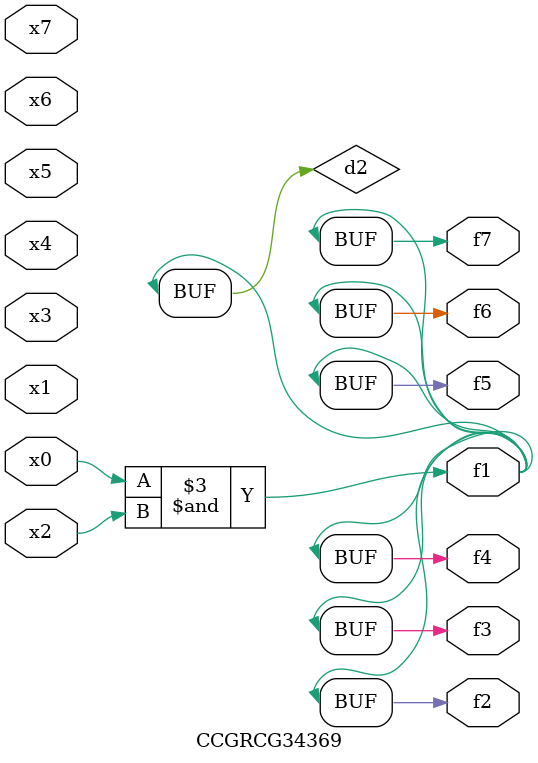
<source format=v>
module CCGRCG34369(
	input x0, x1, x2, x3, x4, x5, x6, x7,
	output f1, f2, f3, f4, f5, f6, f7
);

	wire d1, d2;

	nor (d1, x3, x6);
	and (d2, x0, x2);
	assign f1 = d2;
	assign f2 = d2;
	assign f3 = d2;
	assign f4 = d2;
	assign f5 = d2;
	assign f6 = d2;
	assign f7 = d2;
endmodule

</source>
